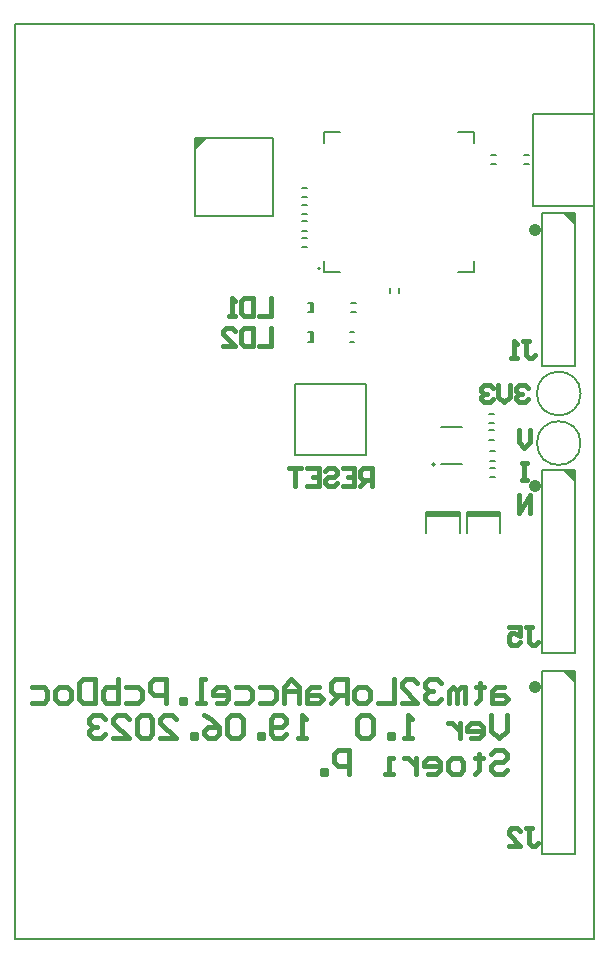
<source format=gbo>
G04*
G04 #@! TF.GenerationSoftware,Altium Limited,Altium Designer,22.0.2 (36)*
G04*
G04 Layer_Color=32896*
%FSLAX44Y44*%
%MOMM*%
G71*
G04*
G04 #@! TF.SameCoordinates,30EAB5E2-3245-48BA-9E60-DBBC371523A7*
G04*
G04*
G04 #@! TF.FilePolarity,Positive*
G04*
G01*
G75*
%ADD11C,0.1500*%
%ADD31C,1.0000*%
%ADD32C,0.2000*%
%ADD33C,0.4000*%
G36*
X473970Y227470D02*
X463810D01*
X473970Y217310D01*
X473970Y227470D01*
D02*
G37*
G36*
Y397470D02*
X463810D01*
X473970Y387310D01*
X473970Y397470D01*
D02*
G37*
G36*
X151980Y678020D02*
Y667860D01*
X162140Y678020D01*
X151980Y678020D01*
D02*
G37*
G36*
X473970Y614770D02*
X463810D01*
X473970Y604610D01*
X473970Y614770D01*
D02*
G37*
D11*
X258000Y568000D02*
G03*
X258000Y568000I-1000J0D01*
G01*
X478500Y462000D02*
G03*
X478500Y462000I-18500J0D01*
G01*
Y420000D02*
G03*
X478500Y420000I-18500J0D01*
G01*
X283000Y514000D02*
X287000D01*
X283000Y506000D02*
X287000D01*
X284000Y539000D02*
X288000D01*
X284000Y531000D02*
X288000D01*
X248000Y506000D02*
X252000D01*
X248000Y514000D02*
X251999D01*
X250000Y506000D02*
Y514000D01*
X251000Y506000D02*
Y514000D01*
X252000Y506000D02*
Y514000D01*
X248000Y531000D02*
X252000D01*
X248000Y539000D02*
X251999D01*
X250000Y531000D02*
Y539000D01*
X251000Y531000D02*
Y539000D01*
X252000Y531000D02*
Y539000D01*
X325000Y547000D02*
Y551000D01*
X317000Y547000D02*
Y551000D01*
X446030Y485230D02*
Y614770D01*
Y485230D02*
X473970D01*
Y614770D01*
X446030D02*
X473970D01*
X446030Y242530D02*
Y397470D01*
Y242530D02*
X473970D01*
Y397470D01*
X446030D02*
X473970D01*
X446030Y72530D02*
Y227470D01*
Y72530D02*
X473970D01*
Y227470D01*
X446030D02*
X473970D01*
X261500Y683000D02*
X275000D01*
X261500Y674000D02*
Y683000D01*
X388500Y674000D02*
Y683000D01*
X375000D02*
X388500D01*
Y565000D02*
Y574000D01*
X375000Y565000D02*
X388500D01*
X261500D02*
X275000D01*
X261500D02*
Y574000D01*
X243000Y594000D02*
X247000D01*
X243000Y586000D02*
X247000D01*
X243000Y608000D02*
X247000D01*
X243000Y600000D02*
X247000D01*
X243000Y622000D02*
X247000D01*
X243000Y614000D02*
X247000D01*
X243000Y636000D02*
X247000D01*
X243000Y628000D02*
X247000D01*
X237000Y410000D02*
Y470000D01*
X297000Y410000D02*
Y470000D01*
X237000Y410000D02*
X297000D01*
X237000Y470000D02*
X297000D01*
X151980Y611980D02*
Y678020D01*
X218020D01*
X151980Y611980D02*
X218020D01*
Y678020D01*
X401000Y445000D02*
X405000D01*
X401000Y437000D02*
X405000D01*
X401000Y431000D02*
X405000D01*
X401000Y423000D02*
X405000D01*
X402000Y413000D02*
X406000D01*
X402000Y405000D02*
X406000D01*
X402000Y399000D02*
X406000D01*
X402000Y391000D02*
X406000D01*
X360000Y402000D02*
X378000D01*
X360000Y434000D02*
X378000D01*
X376000Y344000D02*
Y362000D01*
X348000Y358000D02*
X376000D01*
X348000Y360000D02*
X376000D01*
X348000Y362000D02*
X376000D01*
X348000Y344000D02*
Y362000D01*
X410000Y344000D02*
Y362000D01*
X382000Y358000D02*
X410000D01*
X382000Y360000D02*
X410000D01*
X382000Y362000D02*
X410000D01*
X382000Y344000D02*
Y362000D01*
X403000Y664000D02*
X407000D01*
X403000Y656000D02*
X407000D01*
X431000Y664000D02*
X435000D01*
X431000Y656000D02*
X435000D01*
X438000Y621000D02*
X490000D01*
X438000Y699000D02*
X490000D01*
X438000Y621000D02*
Y699000D01*
X490000Y625000D02*
Y694000D01*
X-0Y775000D02*
X0Y0D01*
X-0Y775000D02*
X490000D01*
X490000Y0D01*
X0D02*
X490000D01*
D31*
X440000Y213500D02*
G03*
X440000Y213500I0J0D01*
G01*
Y383500D02*
G03*
X440000Y383500I0J0D01*
G01*
Y600800D02*
G03*
X440000Y600800I0J0D01*
G01*
D32*
X355000Y402000D02*
G03*
X355000Y402000I-1000J0D01*
G01*
D33*
X435998Y431092D02*
Y421095D01*
X431000Y416097D01*
X426002Y421095D01*
Y431092D01*
X433499Y403498D02*
X428501D01*
X431000D01*
Y388502D01*
X433499D01*
X428501D01*
X435998Y360908D02*
Y375903D01*
X426002Y360908D01*
Y375903D01*
X430000Y506698D02*
X434998D01*
X432499D01*
Y494202D01*
X434998Y491702D01*
X437498D01*
X439997Y494202D01*
X425002Y491702D02*
X420003D01*
X422502D01*
Y506698D01*
X425002Y504198D01*
X432499Y263998D02*
X437498D01*
X434998D01*
Y251502D01*
X437498Y249002D01*
X439997D01*
X442496Y251502D01*
X417504Y263998D02*
X427501D01*
Y256500D01*
X422502Y258999D01*
X420003D01*
X417504Y256500D01*
Y251502D01*
X420003Y249002D01*
X425002D01*
X427501Y251502D01*
X432499Y93998D02*
X437498D01*
X434998D01*
Y81502D01*
X437498Y79002D01*
X439997D01*
X442496Y81502D01*
X417504Y79002D02*
X427501D01*
X417504Y88999D01*
Y91498D01*
X420003Y93998D01*
X425002D01*
X427501Y91498D01*
X434000Y466936D02*
X431501Y469435D01*
X426502D01*
X424003Y466936D01*
Y464436D01*
X426502Y461937D01*
X429002D01*
X426502D01*
X424003Y459438D01*
Y456939D01*
X426502Y454440D01*
X431501D01*
X434000Y456939D01*
X419005Y469435D02*
Y459438D01*
X414007Y454440D01*
X409008Y459438D01*
Y469435D01*
X404010Y466936D02*
X401511Y469435D01*
X396512D01*
X394013Y466936D01*
Y464436D01*
X396512Y461937D01*
X399011D01*
X396512D01*
X394013Y459438D01*
Y456939D01*
X396512Y454440D01*
X401511D01*
X404010Y456939D01*
X301989Y383559D02*
Y398554D01*
X294491D01*
X291992Y396055D01*
Y391057D01*
X294491Y388558D01*
X301989D01*
X296990D02*
X291992Y383559D01*
X276997Y398554D02*
X286994D01*
Y383559D01*
X276997D01*
X286994Y391057D02*
X281995D01*
X262002Y396055D02*
X264501Y398554D01*
X269499D01*
X271998Y396055D01*
Y393556D01*
X269499Y391057D01*
X264501D01*
X262002Y388558D01*
Y386058D01*
X264501Y383559D01*
X269499D01*
X271998Y386058D01*
X247006Y398554D02*
X257003D01*
Y383559D01*
X247006D01*
X257003Y391057D02*
X252005D01*
X242008Y398554D02*
X232011D01*
X237010D01*
Y383559D01*
X216000Y517498D02*
Y502502D01*
X206003D01*
X201005Y517498D02*
Y502502D01*
X193507D01*
X191008Y505002D01*
Y514998D01*
X193507Y517498D01*
X201005D01*
X176013Y502502D02*
X186010D01*
X176013Y512499D01*
Y514998D01*
X178512Y517498D01*
X183510D01*
X186010Y514998D01*
X216000Y542498D02*
Y527502D01*
X206003D01*
X201005Y542498D02*
Y527502D01*
X193507D01*
X191008Y530002D01*
Y539998D01*
X193507Y542498D01*
X201005D01*
X186010Y527502D02*
X181011D01*
X183510D01*
Y542498D01*
X186010Y539998D01*
X416000Y189997D02*
Y176668D01*
X409336Y170003D01*
X402671Y176668D01*
Y189997D01*
X386010Y170003D02*
X392674D01*
X396006Y173335D01*
Y180000D01*
X392674Y183332D01*
X386010D01*
X382677Y180000D01*
Y176668D01*
X396006D01*
X376013Y183332D02*
Y170003D01*
Y176668D01*
X372681Y180000D01*
X369348Y183332D01*
X366016D01*
X336026Y170003D02*
X329361D01*
X332693D01*
Y189997D01*
X336026Y186665D01*
X319364Y170003D02*
Y173335D01*
X316032D01*
Y170003D01*
X319364D01*
X302703Y186665D02*
X299371Y189997D01*
X292706D01*
X289374Y186665D01*
Y173335D01*
X292706Y170003D01*
X299371D01*
X302703Y173335D01*
Y186665D01*
X246000Y170003D02*
X239335D01*
X242668D01*
Y189997D01*
X246000Y186665D01*
X229339Y173335D02*
X226007Y170003D01*
X219342D01*
X216010Y173335D01*
Y186665D01*
X219342Y189997D01*
X226007D01*
X229339Y186665D01*
Y183332D01*
X226007Y180000D01*
X216010D01*
X209345Y170003D02*
Y173335D01*
X206013D01*
Y170003D01*
X209345D01*
X192684Y186665D02*
X189352Y189997D01*
X182687D01*
X179355Y186665D01*
Y173335D01*
X182687Y170003D01*
X189352D01*
X192684Y173335D01*
Y186665D01*
X159361Y189997D02*
X166026Y186665D01*
X172690Y180000D01*
Y173335D01*
X169358Y170003D01*
X162694D01*
X159361Y173335D01*
Y176668D01*
X162694Y180000D01*
X172690D01*
X152697Y170003D02*
Y173335D01*
X149365D01*
Y170003D01*
X152697D01*
X122706D02*
X136035D01*
X122706Y183332D01*
Y186665D01*
X126039Y189997D01*
X132703D01*
X136035Y186665D01*
X116042D02*
X112710Y189997D01*
X106045D01*
X102713Y186665D01*
Y173335D01*
X106045Y170003D01*
X112710D01*
X116042Y173335D01*
Y186665D01*
X82719Y170003D02*
X96048D01*
X82719Y183332D01*
Y186665D01*
X86052Y189997D01*
X92716D01*
X96048Y186665D01*
X76055D02*
X72723Y189997D01*
X66058D01*
X62726Y186665D01*
Y183332D01*
X66058Y180000D01*
X69390D01*
X66058D01*
X62726Y176668D01*
Y173335D01*
X66058Y170003D01*
X72723D01*
X76055Y173335D01*
X402671Y156690D02*
X406003Y160022D01*
X412668D01*
X416000Y156690D01*
Y153357D01*
X412668Y150025D01*
X406003D01*
X402671Y146693D01*
Y143361D01*
X406003Y140028D01*
X412668D01*
X416000Y143361D01*
X392674Y156690D02*
Y153357D01*
X396006D01*
X389342D01*
X392674D01*
Y143361D01*
X389342Y140028D01*
X376013D02*
X369348D01*
X366016Y143361D01*
Y150025D01*
X369348Y153357D01*
X376013D01*
X379345Y150025D01*
Y143361D01*
X376013Y140028D01*
X349355D02*
X356019D01*
X359352Y143361D01*
Y150025D01*
X356019Y153357D01*
X349355D01*
X346023Y150025D01*
Y146693D01*
X359352D01*
X339358Y153357D02*
Y140028D01*
Y146693D01*
X336026Y150025D01*
X332693Y153357D01*
X329361D01*
X319364Y140028D02*
X312700D01*
X316032D01*
Y153357D01*
X319364D01*
X282710Y140028D02*
Y160022D01*
X272713D01*
X269381Y156690D01*
Y150025D01*
X272713Y146693D01*
X282710D01*
X262716Y140028D02*
Y143361D01*
X259384D01*
Y140028D01*
X262716D01*
X413668Y213332D02*
X407003D01*
X403671Y210000D01*
Y200003D01*
X413668D01*
X417000Y203335D01*
X413668Y206668D01*
X403671D01*
X393674Y216665D02*
Y213332D01*
X397006D01*
X390342D01*
X393674D01*
Y203335D01*
X390342Y200003D01*
X380345D02*
Y213332D01*
X377013D01*
X373681Y210000D01*
Y200003D01*
Y210000D01*
X370348Y213332D01*
X367016Y210000D01*
Y200003D01*
X360352Y216665D02*
X357019Y219997D01*
X350355D01*
X347023Y216665D01*
Y213332D01*
X350355Y210000D01*
X353687D01*
X350355D01*
X347023Y206668D01*
Y203335D01*
X350355Y200003D01*
X357019D01*
X360352Y203335D01*
X327029Y200003D02*
X340358D01*
X327029Y213332D01*
Y216665D01*
X330361Y219997D01*
X337026D01*
X340358Y216665D01*
X320364Y219997D02*
Y200003D01*
X307036D01*
X297039D02*
X290374D01*
X287042Y203335D01*
Y210000D01*
X290374Y213332D01*
X297039D01*
X300371Y210000D01*
Y203335D01*
X297039Y200003D01*
X280377D02*
Y219997D01*
X270381D01*
X267048Y216665D01*
Y210000D01*
X270381Y206668D01*
X280377D01*
X273713D02*
X267048Y200003D01*
X257052Y213332D02*
X250387D01*
X247055Y210000D01*
Y200003D01*
X257052D01*
X260384Y203335D01*
X257052Y206668D01*
X247055D01*
X240390Y200003D02*
Y213332D01*
X233726Y219997D01*
X227061Y213332D01*
Y200003D01*
Y210000D01*
X240390D01*
X207068Y213332D02*
X217064D01*
X220397Y210000D01*
Y203335D01*
X217064Y200003D01*
X207068D01*
X187074Y213332D02*
X197071D01*
X200403Y210000D01*
Y203335D01*
X197071Y200003D01*
X187074D01*
X170413D02*
X177077D01*
X180410Y203335D01*
Y210000D01*
X177077Y213332D01*
X170413D01*
X167080Y210000D01*
Y206668D01*
X180410D01*
X160416Y200003D02*
X153751D01*
X157084D01*
Y219997D01*
X160416D01*
X143755Y200003D02*
Y203335D01*
X140422D01*
Y200003D01*
X143755D01*
X127093D02*
Y219997D01*
X117097D01*
X113764Y216665D01*
Y210000D01*
X117097Y206668D01*
X127093D01*
X93771Y213332D02*
X103768D01*
X107100Y210000D01*
Y203335D01*
X103768Y200003D01*
X93771D01*
X87106Y219997D02*
Y200003D01*
X77109D01*
X73777Y203335D01*
Y206668D01*
Y210000D01*
X77109Y213332D01*
X87106D01*
X67113Y219997D02*
Y200003D01*
X57116D01*
X53784Y203335D01*
Y216665D01*
X57116Y219997D01*
X67113D01*
X43787Y200003D02*
X37122D01*
X33790Y203335D01*
Y210000D01*
X37122Y213332D01*
X43787D01*
X47119Y210000D01*
Y203335D01*
X43787Y200003D01*
X13797Y213332D02*
X23793D01*
X27126Y210000D01*
Y203335D01*
X23793Y200003D01*
X13797D01*
M02*

</source>
